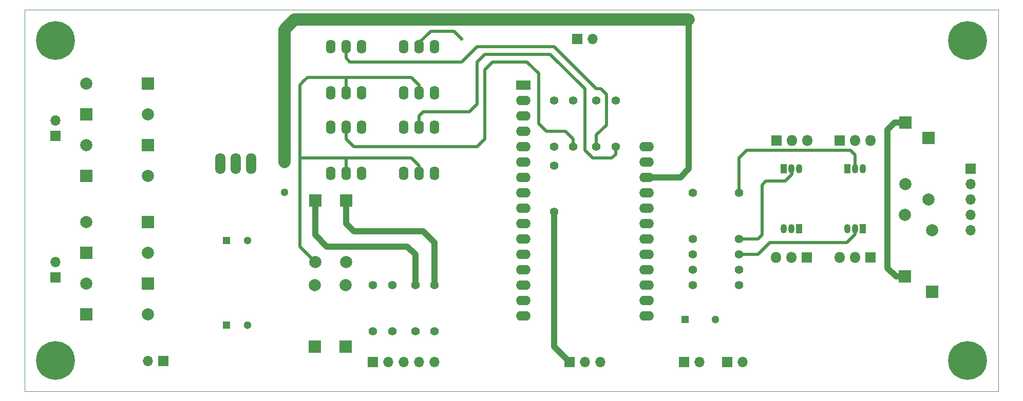
<source format=gbr>
%TF.GenerationSoftware,KiCad,Pcbnew,5.1.9+dfsg1-1+deb11u1*%
%TF.CreationDate,2023-10-22T21:48:40+02:00*%
%TF.ProjectId,mainboard,6d61696e-626f-4617-9264-2e6b69636164,231022*%
%TF.SameCoordinates,Original*%
%TF.FileFunction,Copper,L1,Top*%
%TF.FilePolarity,Positive*%
%FSLAX46Y46*%
G04 Gerber Fmt 4.6, Leading zero omitted, Abs format (unit mm)*
G04 Created by KiCad (PCBNEW 5.1.9+dfsg1-1+deb11u1) date 2023-10-22 21:48:40*
%MOMM*%
%LPD*%
G01*
G04 APERTURE LIST*
%TA.AperFunction,Profile*%
%ADD10C,0.100000*%
%TD*%
%TA.AperFunction,ComponentPad*%
%ADD11R,1.300000X1.300000*%
%TD*%
%TA.AperFunction,ComponentPad*%
%ADD12C,1.300000*%
%TD*%
%TA.AperFunction,ComponentPad*%
%ADD13C,1.397000*%
%TD*%
%TA.AperFunction,ComponentPad*%
%ADD14C,1.998980*%
%TD*%
%TA.AperFunction,ComponentPad*%
%ADD15R,1.998980X1.998980*%
%TD*%
%TA.AperFunction,ComponentPad*%
%ADD16O,1.699260X3.500120*%
%TD*%
%TA.AperFunction,ComponentPad*%
%ADD17O,1.600000X2.300000*%
%TD*%
%TA.AperFunction,ComponentPad*%
%ADD18C,6.400000*%
%TD*%
%TA.AperFunction,ComponentPad*%
%ADD19O,1.700000X1.700000*%
%TD*%
%TA.AperFunction,ComponentPad*%
%ADD20R,1.700000X1.700000*%
%TD*%
%TA.AperFunction,ComponentPad*%
%ADD21R,1.050000X1.500000*%
%TD*%
%TA.AperFunction,ComponentPad*%
%ADD22O,1.050000X1.500000*%
%TD*%
%TA.AperFunction,ComponentPad*%
%ADD23O,2.400000X1.600000*%
%TD*%
%TA.AperFunction,ComponentPad*%
%ADD24R,2.400000X1.600000*%
%TD*%
%TA.AperFunction,ComponentPad*%
%ADD25O,1.800000X1.800000*%
%TD*%
%TA.AperFunction,ComponentPad*%
%ADD26R,1.800000X1.800000*%
%TD*%
%TA.AperFunction,ViaPad*%
%ADD27C,0.600000*%
%TD*%
%TA.AperFunction,Conductor*%
%ADD28C,1.000000*%
%TD*%
%TA.AperFunction,Conductor*%
%ADD29C,0.500000*%
%TD*%
%TA.AperFunction,Conductor*%
%ADD30C,2.000000*%
%TD*%
G04 APERTURE END LIST*
D10*
X145288000Y-130810000D02*
X187706000Y-130810000D01*
X186690000Y-67818000D02*
X140208000Y-67818000D01*
X74803000Y-67818000D02*
X140335000Y-67818000D01*
X74803000Y-130810000D02*
X74803000Y-67818000D01*
X145415000Y-130810000D02*
X74803000Y-130810000D01*
X235331000Y-130810000D02*
X187579000Y-130810000D01*
X235331000Y-67818000D02*
X235331000Y-130810000D01*
X186563000Y-67818000D02*
X235331000Y-67818000D01*
D11*
%TO.P,C104,1*%
%TO.N,Net-(C104-Pad1)*%
X183642000Y-118999000D03*
D12*
%TO.P,C104,2*%
%TO.N,Net-(C104-Pad2)*%
X188642000Y-118999000D03*
%TD*%
D13*
%TO.P,R110,1*%
%TO.N,Net-(R110-Pad1)*%
X184912000Y-113284000D03*
%TO.P,R110,2*%
%TO.N,Net-(P108-Pad1)*%
X192532000Y-113284000D03*
%TD*%
%TO.P,R105,1*%
%TO.N,Net-(R105-Pad1)*%
X165227000Y-90424000D03*
%TO.P,R105,2*%
%TO.N,/+3.3V*%
X165227000Y-82804000D03*
%TD*%
%TO.P,R106,1*%
%TO.N,Net-(R106-Pad1)*%
X172212000Y-90424000D03*
%TO.P,R106,2*%
%TO.N,/+3.3V*%
X172212000Y-82804000D03*
%TD*%
%TO.P,R107,1*%
%TO.N,Net-(R107-Pad1)*%
X169037000Y-90424000D03*
%TO.P,R107,2*%
%TO.N,/+3.3V*%
X169037000Y-82804000D03*
%TD*%
%TO.P,R108,1*%
%TO.N,Net-(R108-Pad1)*%
X162052000Y-90424000D03*
%TO.P,R108,2*%
%TO.N,/+3.3V*%
X162052000Y-82804000D03*
%TD*%
%TO.P,R109,1*%
%TO.N,GND*%
X162052000Y-101219000D03*
%TO.P,R109,2*%
%TO.N,Net-(R108-Pad1)*%
X162052000Y-93599000D03*
%TD*%
D12*
%TO.P,C101,2*%
%TO.N,GND*%
X111577000Y-119888000D03*
D11*
%TO.P,C101,1*%
%TO.N,/+12V*%
X108077000Y-119888000D03*
%TD*%
D12*
%TO.P,C102,2*%
%TO.N,GND*%
X111577000Y-105918000D03*
D11*
%TO.P,C102,1*%
%TO.N,Net-(C102-Pad1)*%
X108077000Y-105918000D03*
%TD*%
%TO.P,C103,1*%
%TO.N,/+5V*%
X117602000Y-92964000D03*
D12*
%TO.P,C103,2*%
%TO.N,GND*%
X117602000Y-97964000D03*
%TD*%
D14*
%TO.P,D101,2*%
%TO.N,Net-(D101-Pad2)*%
X84963000Y-102872540D03*
D15*
%TO.P,D101,1*%
%TO.N,/+12V*%
X95123000Y-102872540D03*
%TD*%
D14*
%TO.P,D102,2*%
%TO.N,GND*%
X95123000Y-107947460D03*
D15*
%TO.P,D102,1*%
%TO.N,Net-(D101-Pad2)*%
X84963000Y-107947460D03*
%TD*%
D14*
%TO.P,D103,2*%
%TO.N,Net-(D103-Pad2)*%
X84963000Y-113032540D03*
D15*
%TO.P,D103,1*%
%TO.N,/+12V*%
X95123000Y-113032540D03*
%TD*%
D14*
%TO.P,D104,2*%
%TO.N,GND*%
X95123000Y-118107460D03*
D15*
%TO.P,D104,1*%
%TO.N,Net-(D103-Pad2)*%
X84963000Y-118107460D03*
%TD*%
D14*
%TO.P,D105,2*%
%TO.N,Net-(D105-Pad2)*%
X84963000Y-80012540D03*
D15*
%TO.P,D105,1*%
%TO.N,Net-(C102-Pad1)*%
X95123000Y-80012540D03*
%TD*%
D14*
%TO.P,D106,2*%
%TO.N,GND*%
X95123000Y-85087460D03*
D15*
%TO.P,D106,1*%
%TO.N,Net-(D105-Pad2)*%
X84963000Y-85087460D03*
%TD*%
D14*
%TO.P,D107,2*%
%TO.N,Net-(D107-Pad2)*%
X84963000Y-90172540D03*
D15*
%TO.P,D107,1*%
%TO.N,Net-(C102-Pad1)*%
X95123000Y-90172540D03*
%TD*%
D14*
%TO.P,D108,2*%
%TO.N,GND*%
X95123000Y-95247460D03*
D15*
%TO.P,D108,1*%
%TO.N,Net-(D107-Pad2)*%
X84963000Y-95247460D03*
%TD*%
D16*
%TO.P,U101,GND*%
%TO.N,GND*%
X109601000Y-93218000D03*
%TO.P,U101,VI*%
%TO.N,Net-(C102-Pad1)*%
X107061000Y-93218000D03*
%TO.P,U101,VO*%
%TO.N,/+5V*%
X112141000Y-93218000D03*
%TD*%
D14*
%TO.P,D109,2*%
%TO.N,Net-(D109-Pad2)*%
X122679460Y-113284000D03*
D15*
%TO.P,D109,1*%
%TO.N,Net-(D109-Pad1)*%
X122679460Y-123444000D03*
%TD*%
D14*
%TO.P,D110,2*%
%TO.N,Net-(D109-Pad2)*%
X127759460Y-113284000D03*
D15*
%TO.P,D110,1*%
%TO.N,Net-(D110-Pad1)*%
X127759460Y-123444000D03*
%TD*%
D14*
%TO.P,D111,2*%
%TO.N,Net-(D109-Pad2)*%
X122684540Y-109474000D03*
D15*
%TO.P,D111,1*%
%TO.N,Net-(D111-Pad1)*%
X122684540Y-99314000D03*
%TD*%
D14*
%TO.P,D112,2*%
%TO.N,Net-(D109-Pad2)*%
X127764540Y-109474000D03*
D15*
%TO.P,D112,1*%
%TO.N,Net-(D112-Pad1)*%
X127764540Y-99314000D03*
%TD*%
D13*
%TO.P,R101,1*%
%TO.N,Net-(D109-Pad1)*%
X132207000Y-113284000D03*
%TO.P,R101,2*%
%TO.N,Net-(P101-Pad2)*%
X132207000Y-120904000D03*
%TD*%
%TO.P,R102,1*%
%TO.N,Net-(D110-Pad1)*%
X135382000Y-113284000D03*
%TO.P,R102,2*%
%TO.N,Net-(P101-Pad3)*%
X135382000Y-120904000D03*
%TD*%
%TO.P,R103,1*%
%TO.N,Net-(D111-Pad1)*%
X139192000Y-113284000D03*
%TO.P,R103,2*%
%TO.N,Net-(P101-Pad4)*%
X139192000Y-120904000D03*
%TD*%
%TO.P,R104,1*%
%TO.N,Net-(D112-Pad1)*%
X142367000Y-113284000D03*
%TO.P,R104,2*%
%TO.N,Net-(P101-Pad5)*%
X142367000Y-120904000D03*
%TD*%
D17*
%TO.P,U102,1*%
%TO.N,Net-(D109-Pad1)*%
X125222000Y-94869000D03*
%TO.P,U102,2*%
%TO.N,Net-(D109-Pad2)*%
X127762000Y-94869000D03*
%TO.P,U102,3*%
%TO.N,N/C*%
X130302000Y-94869000D03*
%TO.P,U102,4*%
%TO.N,GND*%
X130302000Y-87249000D03*
%TO.P,U102,5*%
%TO.N,Net-(R105-Pad1)*%
X127762000Y-87249000D03*
%TO.P,U102,6*%
%TO.N,Net-(U102-Pad6)*%
X125222000Y-87249000D03*
%TD*%
%TO.P,U103,1*%
%TO.N,Net-(D110-Pad1)*%
X137287000Y-94869000D03*
%TO.P,U103,2*%
%TO.N,Net-(D109-Pad2)*%
X139827000Y-94869000D03*
%TO.P,U103,3*%
%TO.N,N/C*%
X142367000Y-94869000D03*
%TO.P,U103,4*%
%TO.N,GND*%
X142367000Y-87249000D03*
%TO.P,U103,5*%
%TO.N,Net-(R106-Pad1)*%
X139827000Y-87249000D03*
%TO.P,U103,6*%
%TO.N,Net-(U103-Pad6)*%
X137287000Y-87249000D03*
%TD*%
%TO.P,U104,1*%
%TO.N,Net-(D111-Pad1)*%
X125222000Y-81534000D03*
%TO.P,U104,2*%
%TO.N,Net-(D109-Pad2)*%
X127762000Y-81534000D03*
%TO.P,U104,3*%
%TO.N,N/C*%
X130302000Y-81534000D03*
%TO.P,U104,4*%
%TO.N,GND*%
X130302000Y-73914000D03*
%TO.P,U104,5*%
%TO.N,Net-(R107-Pad1)*%
X127762000Y-73914000D03*
%TO.P,U104,6*%
%TO.N,Net-(U104-Pad6)*%
X125222000Y-73914000D03*
%TD*%
%TO.P,U105,1*%
%TO.N,Net-(D112-Pad1)*%
X137287000Y-81534000D03*
%TO.P,U105,2*%
%TO.N,Net-(D109-Pad2)*%
X139827000Y-81534000D03*
%TO.P,U105,3*%
%TO.N,N/C*%
X142367000Y-81534000D03*
%TO.P,U105,4*%
%TO.N,GND*%
X142367000Y-73914000D03*
%TO.P,U105,5*%
%TO.N,Net-(R108-Pad1)*%
X139827000Y-73914000D03*
%TO.P,U105,6*%
%TO.N,Net-(U105-Pad6)*%
X137287000Y-73914000D03*
%TD*%
D14*
%TO.P,D113,2*%
%TO.N,Net-(D113-Pad2)*%
X219966540Y-96647000D03*
D15*
%TO.P,D113,1*%
%TO.N,Net-(D113-Pad1)*%
X219966540Y-86487000D03*
%TD*%
D14*
%TO.P,D114,2*%
%TO.N,Net-(D114-Pad2)*%
X223776540Y-99187000D03*
D15*
%TO.P,D114,1*%
%TO.N,Net-(D113-Pad1)*%
X223776540Y-89027000D03*
%TD*%
D14*
%TO.P,D115,2*%
%TO.N,Net-(D115-Pad2)*%
X219961460Y-101727000D03*
D15*
%TO.P,D115,1*%
%TO.N,Net-(D113-Pad1)*%
X219961460Y-111887000D03*
%TD*%
D14*
%TO.P,D116,2*%
%TO.N,Net-(D116-Pad2)*%
X224406460Y-104267000D03*
D15*
%TO.P,D116,1*%
%TO.N,Net-(D113-Pad1)*%
X224406460Y-114427000D03*
%TD*%
D13*
%TO.P,R111,1*%
%TO.N,Net-(R111-Pad1)*%
X184912000Y-98044000D03*
%TO.P,R111,2*%
%TO.N,Net-(Q101-Pad2)*%
X192532000Y-98044000D03*
%TD*%
%TO.P,R112,1*%
%TO.N,Net-(R112-Pad1)*%
X184912000Y-105664000D03*
%TO.P,R112,2*%
%TO.N,Net-(Q102-Pad2)*%
X192532000Y-105664000D03*
%TD*%
%TO.P,R113,1*%
%TO.N,Net-(R113-Pad1)*%
X184912000Y-110744000D03*
%TO.P,R113,2*%
%TO.N,Net-(Q103-Pad2)*%
X192532000Y-110744000D03*
%TD*%
%TO.P,R114,1*%
%TO.N,Net-(R114-Pad1)*%
X184912000Y-108204000D03*
%TO.P,R114,2*%
%TO.N,Net-(Q104-Pad2)*%
X192532000Y-108204000D03*
%TD*%
D18*
%TO.P,REF\u002A\u002A,1*%
%TO.N,N/C*%
X230251000Y-72898000D03*
%TD*%
%TO.P,REF\u002A\u002A,1*%
%TO.N,N/C*%
X230251000Y-125730000D03*
%TD*%
%TO.P,REF\u002A\u002A,1*%
%TO.N,N/C*%
X79883000Y-72898000D03*
%TD*%
%TO.P,REF\u002A\u002A,1*%
%TO.N,N/C*%
X79883000Y-125730000D03*
%TD*%
D19*
%TO.P,P101,5*%
%TO.N,Net-(P101-Pad5)*%
X142367000Y-125984000D03*
%TO.P,P101,4*%
%TO.N,Net-(P101-Pad4)*%
X139827000Y-125984000D03*
%TO.P,P101,3*%
%TO.N,Net-(P101-Pad3)*%
X137287000Y-125984000D03*
%TO.P,P101,2*%
%TO.N,Net-(P101-Pad2)*%
X134747000Y-125984000D03*
D20*
%TO.P,P101,1*%
%TO.N,Net-(D109-Pad2)*%
X132207000Y-125984000D03*
%TD*%
D19*
%TO.P,P102,2*%
%TO.N,GND*%
X95123000Y-125857000D03*
D20*
%TO.P,P102,1*%
%TO.N,/+12V*%
X97663000Y-125857000D03*
%TD*%
%TO.P,P103,1*%
%TO.N,Net-(D103-Pad2)*%
X79883000Y-112014000D03*
D19*
%TO.P,P103,2*%
%TO.N,Net-(D101-Pad2)*%
X79883000Y-109474000D03*
%TD*%
%TO.P,P104,2*%
%TO.N,Net-(D105-Pad2)*%
X79883000Y-86106000D03*
D20*
%TO.P,P104,1*%
%TO.N,Net-(D107-Pad2)*%
X79883000Y-88646000D03*
%TD*%
%TO.P,P105,1*%
%TO.N,GND*%
X164592000Y-125984000D03*
D19*
%TO.P,P105,2*%
%TO.N,Net-(P105-Pad2)*%
X167132000Y-125984000D03*
%TO.P,P105,3*%
%TO.N,Net-(P105-Pad3)*%
X169672000Y-125984000D03*
%TD*%
D20*
%TO.P,P106,1*%
%TO.N,GND*%
X183515000Y-125984000D03*
D19*
%TO.P,P106,2*%
%TO.N,Net-(C104-Pad2)*%
X186055000Y-125984000D03*
%TD*%
%TO.P,P107,2*%
%TO.N,Net-(P107-Pad2)*%
X168402000Y-72644000D03*
D20*
%TO.P,P107,1*%
%TO.N,GND*%
X165862000Y-72644000D03*
%TD*%
%TO.P,P108,1*%
%TO.N,Net-(P108-Pad1)*%
X190627000Y-125984000D03*
D19*
%TO.P,P108,2*%
%TO.N,GND*%
X193167000Y-125984000D03*
%TD*%
D20*
%TO.P,P109,1*%
%TO.N,Net-(D113-Pad1)*%
X230759000Y-94107000D03*
D19*
%TO.P,P109,2*%
%TO.N,Net-(D113-Pad2)*%
X230759000Y-96647000D03*
%TO.P,P109,3*%
%TO.N,Net-(D114-Pad2)*%
X230759000Y-99187000D03*
%TO.P,P109,4*%
%TO.N,Net-(D115-Pad2)*%
X230759000Y-101727000D03*
%TO.P,P109,5*%
%TO.N,Net-(D116-Pad2)*%
X230759000Y-104267000D03*
%TD*%
D21*
%TO.P,Q101,1*%
%TO.N,Net-(D113-Pad2)*%
X210439000Y-94107000D03*
D22*
%TO.P,Q101,3*%
%TO.N,Net-(Q101-Pad3)*%
X212979000Y-94107000D03*
%TO.P,Q101,2*%
%TO.N,Net-(Q101-Pad2)*%
X211709000Y-94107000D03*
%TD*%
%TO.P,Q102,2*%
%TO.N,Net-(Q102-Pad2)*%
X201231500Y-94107000D03*
%TO.P,Q102,3*%
%TO.N,Net-(Q102-Pad3)*%
X202501500Y-94107000D03*
D21*
%TO.P,Q102,1*%
%TO.N,Net-(D114-Pad2)*%
X199961500Y-94107000D03*
%TD*%
%TO.P,Q103,1*%
%TO.N,Net-(D115-Pad2)*%
X202438000Y-103949500D03*
D22*
%TO.P,Q103,3*%
%TO.N,Net-(Q103-Pad3)*%
X199898000Y-103949500D03*
%TO.P,Q103,2*%
%TO.N,Net-(Q103-Pad2)*%
X201168000Y-103949500D03*
%TD*%
%TO.P,Q104,2*%
%TO.N,Net-(Q104-Pad2)*%
X211709000Y-103949500D03*
%TO.P,Q104,3*%
%TO.N,Net-(Q104-Pad3)*%
X210439000Y-103949500D03*
D21*
%TO.P,Q104,1*%
%TO.N,Net-(D116-Pad2)*%
X212979000Y-103949500D03*
%TD*%
D23*
%TO.P,U106,16*%
%TO.N,Net-(U106-Pad16)*%
X156972000Y-118364000D03*
%TO.P,U106,15*%
%TO.N,Net-(P105-Pad2)*%
X156972000Y-115824000D03*
%TO.P,U106,14*%
%TO.N,Net-(P105-Pad3)*%
X156972000Y-113284000D03*
%TO.P,U106,13*%
%TO.N,Net-(U106-Pad13)*%
X156972000Y-110744000D03*
%TO.P,U106,28*%
%TO.N,Net-(P107-Pad2)*%
X177292000Y-90424000D03*
%TO.P,U106,12*%
%TO.N,Net-(U106-Pad12)*%
X156972000Y-108204000D03*
%TO.P,U106,27*%
%TO.N,Net-(U106-Pad27)*%
X177292000Y-92964000D03*
%TO.P,U106,11*%
%TO.N,Net-(U106-Pad11)*%
X156972000Y-105664000D03*
%TO.P,U106,26*%
%TO.N,/+5V*%
X177292000Y-95504000D03*
%TO.P,U106,10*%
%TO.N,Net-(U106-Pad10)*%
X156972000Y-103124000D03*
%TO.P,U106,25*%
%TO.N,Net-(R111-Pad1)*%
X177292000Y-98044000D03*
%TO.P,U106,9*%
%TO.N,Net-(U106-Pad9)*%
X156972000Y-100584000D03*
%TO.P,U106,24*%
%TO.N,Net-(R106-Pad1)*%
X177292000Y-100584000D03*
%TO.P,U106,8*%
%TO.N,Net-(U106-Pad8)*%
X156972000Y-98044000D03*
%TO.P,U106,23*%
%TO.N,Net-(R107-Pad1)*%
X177292000Y-103124000D03*
%TO.P,U106,7*%
%TO.N,Net-(U106-Pad7)*%
X156972000Y-95504000D03*
%TO.P,U106,22*%
%TO.N,Net-(R112-Pad1)*%
X177292000Y-105664000D03*
%TO.P,U106,6*%
%TO.N,Net-(U106-Pad6)*%
X156972000Y-92964000D03*
%TO.P,U106,21*%
%TO.N,Net-(R114-Pad1)*%
X177292000Y-108204000D03*
%TO.P,U106,5*%
%TO.N,Net-(R108-Pad1)*%
X156972000Y-90424000D03*
%TO.P,U106,20*%
%TO.N,Net-(R113-Pad1)*%
X177292000Y-110744000D03*
%TO.P,U106,4*%
%TO.N,GND*%
X156972000Y-87884000D03*
%TO.P,U106,19*%
%TO.N,Net-(R110-Pad1)*%
X177292000Y-113284000D03*
%TO.P,U106,3*%
%TO.N,Net-(U106-Pad3)*%
X156972000Y-85344000D03*
%TO.P,U106,18*%
%TO.N,Net-(R105-Pad1)*%
X177292000Y-115824000D03*
%TO.P,U106,2*%
%TO.N,/+3.3V*%
X156972000Y-82804000D03*
%TO.P,U106,17*%
%TO.N,Net-(C104-Pad1)*%
X177292000Y-118364000D03*
D24*
%TO.P,U106,1*%
%TO.N,Net-(U106-Pad1)*%
X156972000Y-80264000D03*
%TD*%
D25*
%TO.P,Q107,3*%
%TO.N,Net-(Q103-Pad3)*%
X198628000Y-108712000D03*
%TO.P,Q107,2*%
%TO.N,Net-(D115-Pad2)*%
X201168000Y-108712000D03*
D26*
%TO.P,Q107,1*%
%TO.N,GND*%
X203708000Y-108712000D03*
%TD*%
%TO.P,Q108,1*%
%TO.N,GND*%
X214249000Y-108712000D03*
D25*
%TO.P,Q108,2*%
%TO.N,Net-(D116-Pad2)*%
X211709000Y-108712000D03*
%TO.P,Q108,3*%
%TO.N,Net-(Q104-Pad3)*%
X209169000Y-108712000D03*
%TD*%
D26*
%TO.P,Q105,1*%
%TO.N,GND*%
X209169000Y-89408000D03*
D25*
%TO.P,Q105,2*%
%TO.N,Net-(D113-Pad2)*%
X211709000Y-89408000D03*
%TO.P,Q105,3*%
%TO.N,Net-(Q101-Pad3)*%
X214249000Y-89408000D03*
%TD*%
%TO.P,Q106,3*%
%TO.N,Net-(Q102-Pad3)*%
X203835000Y-89408000D03*
%TO.P,Q106,2*%
%TO.N,Net-(D114-Pad2)*%
X201295000Y-89408000D03*
D26*
%TO.P,Q106,1*%
%TO.N,GND*%
X198755000Y-89408000D03*
%TD*%
D27*
%TO.N,Net-(R108-Pad1)*%
X146812000Y-72644000D03*
%TD*%
D28*
%TO.N,GND*%
X162052000Y-101219000D02*
X162052000Y-123444000D01*
X162052000Y-123444000D02*
X164592000Y-125984000D01*
D29*
%TO.N,Net-(R105-Pad1)*%
X151892000Y-76454000D02*
X157607000Y-76454000D01*
X127762000Y-89154000D02*
X129032000Y-90424000D01*
X129032000Y-90424000D02*
X149352000Y-90424000D01*
X149352000Y-90424000D02*
X150622000Y-89154000D01*
X150622000Y-89154000D02*
X150622000Y-77724000D01*
X150622000Y-77724000D02*
X151892000Y-76454000D01*
X127762000Y-87249000D02*
X127762000Y-89154000D01*
X165227000Y-89154000D02*
X165227000Y-90424000D01*
X163957000Y-87884000D02*
X165227000Y-89154000D01*
X160782000Y-87884000D02*
X163957000Y-87884000D01*
X159512000Y-86614000D02*
X160782000Y-87884000D01*
X159512000Y-78359000D02*
X159512000Y-86614000D01*
X157607000Y-76454000D02*
X159512000Y-78359000D01*
%TO.N,Net-(R106-Pad1)*%
X172212000Y-90424000D02*
X172212000Y-91694000D01*
X139827000Y-85344000D02*
X140462000Y-84709000D01*
X140462000Y-84709000D02*
X148082000Y-84709000D01*
X148082000Y-84709000D02*
X149352000Y-83439000D01*
X149352000Y-83439000D02*
X149352000Y-76454000D01*
X149352000Y-76454000D02*
X150622000Y-75184000D01*
X150622000Y-75184000D02*
X157607000Y-75184000D01*
X139827000Y-85344000D02*
X139827000Y-87249000D01*
X161417000Y-75184000D02*
X157607000Y-75184000D01*
X167132000Y-80899000D02*
X161417000Y-75184000D01*
X167132000Y-91059000D02*
X167132000Y-80899000D01*
X168402000Y-92329000D02*
X167132000Y-91059000D01*
X171577000Y-92329000D02*
X168402000Y-92329000D01*
X172212000Y-91694000D02*
X171577000Y-92329000D01*
%TO.N,Net-(R107-Pad1)*%
X157607000Y-73914000D02*
X162052000Y-73914000D01*
X127762000Y-75819000D02*
X128397000Y-76454000D01*
X128397000Y-76454000D02*
X146812000Y-76454000D01*
X146812000Y-76454000D02*
X149352000Y-73914000D01*
X149352000Y-73914000D02*
X157607000Y-73914000D01*
X127762000Y-73914000D02*
X127762000Y-75819000D01*
X169037000Y-88519000D02*
X169037000Y-90424000D01*
X170688000Y-86868000D02*
X169037000Y-88519000D01*
X170688000Y-81788000D02*
X170688000Y-86868000D01*
X169799000Y-80899000D02*
X170688000Y-81788000D01*
X169037000Y-80899000D02*
X169799000Y-80899000D01*
X162052000Y-73914000D02*
X169037000Y-80899000D01*
%TO.N,Net-(R108-Pad1)*%
X139827000Y-73914000D02*
X139827000Y-73279000D01*
X139827000Y-73279000D02*
X141732000Y-71374000D01*
X141732000Y-71374000D02*
X145542000Y-71374000D01*
X145542000Y-71374000D02*
X146812000Y-72644000D01*
D28*
%TO.N,/+5V*%
X184277000Y-69469000D02*
X184277000Y-94107000D01*
D30*
X117602000Y-71120000D02*
X119253000Y-69469000D01*
X119253000Y-69469000D02*
X184277000Y-69469000D01*
X117602000Y-92964000D02*
X117602000Y-71120000D01*
D28*
X182880000Y-95504000D02*
X177292000Y-95504000D01*
X184277000Y-94107000D02*
X182880000Y-95504000D01*
D29*
%TO.N,Net-(D109-Pad2)*%
X122684540Y-109474000D02*
X122682000Y-109474000D01*
X122682000Y-109474000D02*
X120142000Y-106934000D01*
X120142000Y-106934000D02*
X120142000Y-92329000D01*
X127762000Y-78994000D02*
X122047000Y-78994000D01*
X120142000Y-92329000D02*
X127762000Y-92329000D01*
X120142000Y-80264000D02*
X120142000Y-92329000D01*
X120777000Y-79629000D02*
X120142000Y-80264000D01*
X121412000Y-78994000D02*
X120777000Y-79629000D01*
X122047000Y-78994000D02*
X121412000Y-78994000D01*
X139827000Y-81534000D02*
X139827000Y-80264000D01*
X127762000Y-78994000D02*
X127762000Y-81534000D01*
X138557000Y-78994000D02*
X127762000Y-78994000D01*
X139827000Y-80264000D02*
X138557000Y-78994000D01*
X139827000Y-94869000D02*
X139827000Y-93599000D01*
X139827000Y-93599000D02*
X138557000Y-92329000D01*
X138557000Y-92329000D02*
X127762000Y-92329000D01*
X127762000Y-92329000D02*
X127762000Y-94869000D01*
D28*
%TO.N,Net-(D111-Pad1)*%
X122684540Y-99314000D02*
X122684540Y-105026460D01*
X139192000Y-108204000D02*
X139192000Y-113284000D01*
X137916920Y-106928920D02*
X139192000Y-108204000D01*
X124587000Y-106928920D02*
X137916920Y-106928920D01*
X122684540Y-105026460D02*
X124587000Y-106928920D01*
%TO.N,Net-(D112-Pad1)*%
X142367000Y-113284000D02*
X142367000Y-106299000D01*
X127762000Y-103124000D02*
X127762000Y-99316540D01*
X129032000Y-104394000D02*
X127762000Y-103124000D01*
X140462000Y-104394000D02*
X129032000Y-104394000D01*
X142367000Y-106299000D02*
X140462000Y-104394000D01*
X127762000Y-99316540D02*
X127764540Y-99314000D01*
%TO.N,Net-(D113-Pad1)*%
X219961460Y-111887000D02*
X218440000Y-111887000D01*
X218186000Y-86487000D02*
X219966540Y-86487000D01*
X217043000Y-87630000D02*
X218186000Y-86487000D01*
X217043000Y-110490000D02*
X217043000Y-87630000D01*
X218440000Y-111887000D02*
X217043000Y-110490000D01*
D29*
%TO.N,Net-(Q101-Pad2)*%
X192532000Y-98044000D02*
X192532000Y-92329000D01*
X211709000Y-91821000D02*
X211709000Y-93980000D01*
X210947000Y-91059000D02*
X211709000Y-91821000D01*
X210312000Y-91059000D02*
X210947000Y-91059000D01*
X193802000Y-91059000D02*
X210312000Y-91059000D01*
X192532000Y-92329000D02*
X193802000Y-91059000D01*
%TO.N,Net-(Q102-Pad2)*%
X201295000Y-93980000D02*
X201295000Y-94996000D01*
X195707000Y-105664000D02*
X192532000Y-105664000D01*
X196342000Y-105029000D02*
X195707000Y-105664000D01*
X196342000Y-96774000D02*
X196342000Y-105029000D01*
X196977000Y-96139000D02*
X196342000Y-96774000D01*
X200152000Y-96139000D02*
X196977000Y-96139000D01*
X201295000Y-94996000D02*
X200152000Y-96139000D01*
%TO.N,Net-(Q104-Pad2)*%
X192532000Y-108204000D02*
X195707000Y-108204000D01*
X211709000Y-104902000D02*
X211709000Y-103632000D01*
X210312000Y-106299000D02*
X211709000Y-104902000D01*
X197612000Y-106299000D02*
X210312000Y-106299000D01*
X195707000Y-108204000D02*
X197612000Y-106299000D01*
%TD*%
M02*

</source>
